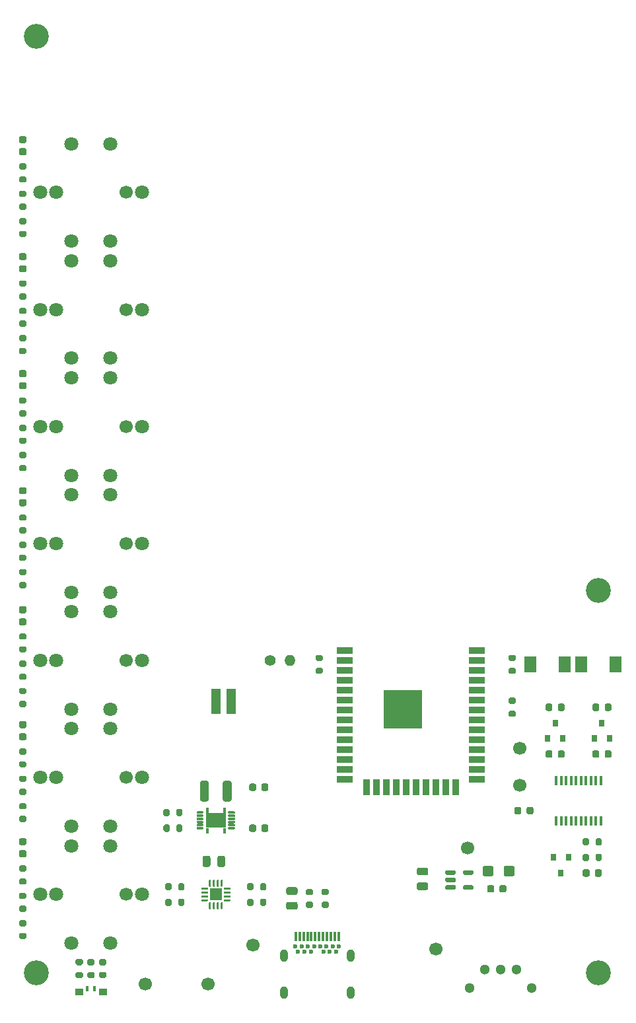
<source format=gbr>
G04 #@! TF.GenerationSoftware,KiCad,Pcbnew,(5.1.9-0-10_14)*
G04 #@! TF.CreationDate,2021-06-09T16:44:05+02:00*
G04 #@! TF.ProjectId,foodSampler_v22,666f6f64-5361-46d7-906c-65725f763232,rev?*
G04 #@! TF.SameCoordinates,Original*
G04 #@! TF.FileFunction,Soldermask,Top*
G04 #@! TF.FilePolarity,Negative*
%FSLAX46Y46*%
G04 Gerber Fmt 4.6, Leading zero omitted, Abs format (unit mm)*
G04 Created by KiCad (PCBNEW (5.1.9-0-10_14)) date 2021-06-09 16:44:05*
%MOMM*%
%LPD*%
G01*
G04 APERTURE LIST*
%ADD10R,2.600000X1.950000*%
%ADD11R,0.400000X0.675000*%
%ADD12O,0.950000X0.300000*%
%ADD13R,0.400000X0.575000*%
%ADD14C,1.300000*%
%ADD15R,1.500000X2.000000*%
%ADD16R,5.000000X5.000000*%
%ADD17R,2.000000X0.900000*%
%ADD18R,0.900000X2.000000*%
%ADD19R,0.800000X0.900000*%
%ADD20R,0.400000X1.200000*%
%ADD21C,3.200000*%
%ADD22C,1.700000*%
%ADD23C,1.400000*%
%ADD24O,1.400000X1.400000*%
%ADD25R,1.600000X1.600000*%
%ADD26R,1.250000X3.300000*%
%ADD27R,1.000000X0.900000*%
%ADD28R,0.400000X0.800000*%
%ADD29R,0.300000X1.200000*%
%ADD30C,0.600000*%
%ADD31O,1.000000X1.600000*%
%ADD32C,1.800000*%
G04 APERTURE END LIST*
D10*
X53000000Y-135500000D03*
D11*
X54100000Y-134187500D03*
X51900000Y-134187500D03*
X51900000Y-136812500D03*
X54100000Y-136812500D03*
G36*
G01*
X55450000Y-135600000D02*
X55450000Y-135800000D01*
G75*
G02*
X55400000Y-135850000I-50000J0D01*
G01*
X55200000Y-135850000D01*
G75*
G02*
X55150000Y-135800000I0J50000D01*
G01*
X55150000Y-135600000D01*
G75*
G02*
X55200000Y-135550000I50000J0D01*
G01*
X55400000Y-135550000D01*
G75*
G02*
X55450000Y-135600000I0J-50000D01*
G01*
G37*
D12*
X54975000Y-135700000D03*
X54975000Y-136100000D03*
X54975000Y-136500000D03*
X54975000Y-135300000D03*
X54975000Y-134900000D03*
X54975000Y-134500000D03*
X51025000Y-136500000D03*
X51025000Y-136100000D03*
X51025000Y-135700000D03*
X51025000Y-135300000D03*
X51025000Y-134900000D03*
X51025000Y-134500000D03*
G36*
G01*
X55450000Y-135200000D02*
X55450000Y-135400000D01*
G75*
G02*
X55400000Y-135450000I-50000J0D01*
G01*
X55200000Y-135450000D01*
G75*
G02*
X55150000Y-135400000I0J50000D01*
G01*
X55150000Y-135200000D01*
G75*
G02*
X55200000Y-135150000I50000J0D01*
G01*
X55400000Y-135150000D01*
G75*
G02*
X55450000Y-135200000I0J-50000D01*
G01*
G37*
G36*
G01*
X55450000Y-134800000D02*
X55450000Y-135000000D01*
G75*
G02*
X55400000Y-135050000I-50000J0D01*
G01*
X55200000Y-135050000D01*
G75*
G02*
X55150000Y-135000000I0J50000D01*
G01*
X55150000Y-134800000D01*
G75*
G02*
X55200000Y-134750000I50000J0D01*
G01*
X55400000Y-134750000D01*
G75*
G02*
X55450000Y-134800000I0J-50000D01*
G01*
G37*
G36*
G01*
X55450000Y-134400000D02*
X55450000Y-134600000D01*
G75*
G02*
X55400000Y-134650000I-50000J0D01*
G01*
X55200000Y-134650000D01*
G75*
G02*
X55150000Y-134600000I0J50000D01*
G01*
X55150000Y-134400000D01*
G75*
G02*
X55200000Y-134350000I50000J0D01*
G01*
X55400000Y-134350000D01*
G75*
G02*
X55450000Y-134400000I0J-50000D01*
G01*
G37*
G36*
G01*
X55450000Y-136000000D02*
X55450000Y-136200000D01*
G75*
G02*
X55400000Y-136250000I-50000J0D01*
G01*
X55200000Y-136250000D01*
G75*
G02*
X55150000Y-136200000I0J50000D01*
G01*
X55150000Y-136000000D01*
G75*
G02*
X55200000Y-135950000I50000J0D01*
G01*
X55400000Y-135950000D01*
G75*
G02*
X55450000Y-136000000I0J-50000D01*
G01*
G37*
G36*
G01*
X55450000Y-136400000D02*
X55450000Y-136600000D01*
G75*
G02*
X55400000Y-136650000I-50000J0D01*
G01*
X55200000Y-136650000D01*
G75*
G02*
X55150000Y-136600000I0J50000D01*
G01*
X55150000Y-136400000D01*
G75*
G02*
X55200000Y-136350000I50000J0D01*
G01*
X55400000Y-136350000D01*
G75*
G02*
X55450000Y-136400000I0J-50000D01*
G01*
G37*
G36*
G01*
X50850000Y-136400000D02*
X50850000Y-136600000D01*
G75*
G02*
X50800000Y-136650000I-50000J0D01*
G01*
X50600000Y-136650000D01*
G75*
G02*
X50550000Y-136600000I0J50000D01*
G01*
X50550000Y-136400000D01*
G75*
G02*
X50600000Y-136350000I50000J0D01*
G01*
X50800000Y-136350000D01*
G75*
G02*
X50850000Y-136400000I0J-50000D01*
G01*
G37*
G36*
G01*
X50850000Y-136000000D02*
X50850000Y-136200000D01*
G75*
G02*
X50800000Y-136250000I-50000J0D01*
G01*
X50600000Y-136250000D01*
G75*
G02*
X50550000Y-136200000I0J50000D01*
G01*
X50550000Y-136000000D01*
G75*
G02*
X50600000Y-135950000I50000J0D01*
G01*
X50800000Y-135950000D01*
G75*
G02*
X50850000Y-136000000I0J-50000D01*
G01*
G37*
G36*
G01*
X50850000Y-135600000D02*
X50850000Y-135800000D01*
G75*
G02*
X50800000Y-135850000I-50000J0D01*
G01*
X50600000Y-135850000D01*
G75*
G02*
X50550000Y-135800000I0J50000D01*
G01*
X50550000Y-135600000D01*
G75*
G02*
X50600000Y-135550000I50000J0D01*
G01*
X50800000Y-135550000D01*
G75*
G02*
X50850000Y-135600000I0J-50000D01*
G01*
G37*
G36*
G01*
X50850000Y-135200000D02*
X50850000Y-135400000D01*
G75*
G02*
X50800000Y-135450000I-50000J0D01*
G01*
X50600000Y-135450000D01*
G75*
G02*
X50550000Y-135400000I0J50000D01*
G01*
X50550000Y-135200000D01*
G75*
G02*
X50600000Y-135150000I50000J0D01*
G01*
X50800000Y-135150000D01*
G75*
G02*
X50850000Y-135200000I0J-50000D01*
G01*
G37*
G36*
G01*
X50850000Y-134800000D02*
X50850000Y-135000000D01*
G75*
G02*
X50800000Y-135050000I-50000J0D01*
G01*
X50600000Y-135050000D01*
G75*
G02*
X50550000Y-135000000I0J50000D01*
G01*
X50550000Y-134800000D01*
G75*
G02*
X50600000Y-134750000I50000J0D01*
G01*
X50800000Y-134750000D01*
G75*
G02*
X50850000Y-134800000I0J-50000D01*
G01*
G37*
G36*
G01*
X50850000Y-134400000D02*
X50850000Y-134600000D01*
G75*
G02*
X50800000Y-134650000I-50000J0D01*
G01*
X50600000Y-134650000D01*
G75*
G02*
X50550000Y-134600000I0J50000D01*
G01*
X50550000Y-134400000D01*
G75*
G02*
X50600000Y-134350000I50000J0D01*
G01*
X50800000Y-134350000D01*
G75*
G02*
X50850000Y-134400000I0J-50000D01*
G01*
G37*
D10*
X53000000Y-135500000D03*
D13*
X51900000Y-134135000D03*
X51900000Y-136865000D03*
X54100000Y-136865000D03*
X54100000Y-134135000D03*
D14*
X85500000Y-157000000D03*
X87500000Y-154650000D03*
X89500000Y-154650000D03*
X91500000Y-154650000D03*
X93500000Y-157000000D03*
D15*
X97700000Y-115500000D03*
X93300000Y-115500000D03*
X104200000Y-115500000D03*
X99800000Y-115500000D03*
G36*
G01*
X89350000Y-144525000D02*
X89350000Y-144025000D01*
G75*
G02*
X89575000Y-143800000I225000J0D01*
G01*
X90025000Y-143800000D01*
G75*
G02*
X90250000Y-144025000I0J-225000D01*
G01*
X90250000Y-144525000D01*
G75*
G02*
X90025000Y-144750000I-225000J0D01*
G01*
X89575000Y-144750000D01*
G75*
G02*
X89350000Y-144525000I0J225000D01*
G01*
G37*
G36*
G01*
X87800000Y-144525000D02*
X87800000Y-144025000D01*
G75*
G02*
X88025000Y-143800000I225000J0D01*
G01*
X88475000Y-143800000D01*
G75*
G02*
X88700000Y-144025000I0J-225000D01*
G01*
X88700000Y-144525000D01*
G75*
G02*
X88475000Y-144750000I-225000J0D01*
G01*
X88025000Y-144750000D01*
G75*
G02*
X87800000Y-144525000I0J225000D01*
G01*
G37*
D16*
X77000000Y-121245000D03*
D17*
X69500000Y-113745000D03*
X69500000Y-115015000D03*
X69500000Y-116285000D03*
X69500000Y-117555000D03*
X69500000Y-118825000D03*
X69500000Y-120095000D03*
X69500000Y-121365000D03*
X69500000Y-122635000D03*
X69500000Y-123905000D03*
X69500000Y-125175000D03*
X69500000Y-126445000D03*
X69500000Y-127715000D03*
X69500000Y-128985000D03*
X69500000Y-130255000D03*
D18*
X72285000Y-131255000D03*
X73555000Y-131255000D03*
X74825000Y-131255000D03*
X76095000Y-131255000D03*
X77365000Y-131255000D03*
X78635000Y-131255000D03*
X79905000Y-131255000D03*
X81175000Y-131255000D03*
X82445000Y-131255000D03*
X83715000Y-131255000D03*
D17*
X86500000Y-130255000D03*
X86500000Y-128985000D03*
X86500000Y-127715000D03*
X86500000Y-126445000D03*
X86500000Y-125175000D03*
X86500000Y-123905000D03*
X86500000Y-122635000D03*
X86500000Y-121365000D03*
X86500000Y-120095000D03*
X86500000Y-118825000D03*
X86500000Y-117555000D03*
X86500000Y-116285000D03*
X86500000Y-115015000D03*
X86500000Y-113745000D03*
G36*
G01*
X96150000Y-120743750D02*
X96150000Y-121256250D01*
G75*
G02*
X95931250Y-121475000I-218750J0D01*
G01*
X95493750Y-121475000D01*
G75*
G02*
X95275000Y-121256250I0J218750D01*
G01*
X95275000Y-120743750D01*
G75*
G02*
X95493750Y-120525000I218750J0D01*
G01*
X95931250Y-120525000D01*
G75*
G02*
X96150000Y-120743750I0J-218750D01*
G01*
G37*
G36*
G01*
X97725000Y-120743750D02*
X97725000Y-121256250D01*
G75*
G02*
X97506250Y-121475000I-218750J0D01*
G01*
X97068750Y-121475000D01*
G75*
G02*
X96850000Y-121256250I0J218750D01*
G01*
X96850000Y-120743750D01*
G75*
G02*
X97068750Y-120525000I218750J0D01*
G01*
X97506250Y-120525000D01*
G75*
G02*
X97725000Y-120743750I0J-218750D01*
G01*
G37*
G36*
G01*
X103725000Y-120743750D02*
X103725000Y-121256250D01*
G75*
G02*
X103506250Y-121475000I-218750J0D01*
G01*
X103068750Y-121475000D01*
G75*
G02*
X102850000Y-121256250I0J218750D01*
G01*
X102850000Y-120743750D01*
G75*
G02*
X103068750Y-120525000I218750J0D01*
G01*
X103506250Y-120525000D01*
G75*
G02*
X103725000Y-120743750I0J-218750D01*
G01*
G37*
G36*
G01*
X102150000Y-120743750D02*
X102150000Y-121256250D01*
G75*
G02*
X101931250Y-121475000I-218750J0D01*
G01*
X101493750Y-121475000D01*
G75*
G02*
X101275000Y-121256250I0J218750D01*
G01*
X101275000Y-120743750D01*
G75*
G02*
X101493750Y-120525000I218750J0D01*
G01*
X101931250Y-120525000D01*
G75*
G02*
X102150000Y-120743750I0J-218750D01*
G01*
G37*
G36*
G01*
X93725000Y-133993750D02*
X93725000Y-134506250D01*
G75*
G02*
X93506250Y-134725000I-218750J0D01*
G01*
X93068750Y-134725000D01*
G75*
G02*
X92850000Y-134506250I0J218750D01*
G01*
X92850000Y-133993750D01*
G75*
G02*
X93068750Y-133775000I218750J0D01*
G01*
X93506250Y-133775000D01*
G75*
G02*
X93725000Y-133993750I0J-218750D01*
G01*
G37*
G36*
G01*
X92150000Y-133993750D02*
X92150000Y-134506250D01*
G75*
G02*
X91931250Y-134725000I-218750J0D01*
G01*
X91493750Y-134725000D01*
G75*
G02*
X91275000Y-134506250I0J218750D01*
G01*
X91275000Y-133993750D01*
G75*
G02*
X91493750Y-133775000I218750J0D01*
G01*
X91931250Y-133775000D01*
G75*
G02*
X92150000Y-133993750I0J-218750D01*
G01*
G37*
D19*
X95550000Y-125000000D03*
X97450000Y-125000000D03*
X96500000Y-123000000D03*
X102500000Y-123000000D03*
X103450000Y-125000000D03*
X101550000Y-125000000D03*
G36*
G01*
X97725000Y-126743750D02*
X97725000Y-127256250D01*
G75*
G02*
X97506250Y-127475000I-218750J0D01*
G01*
X97068750Y-127475000D01*
G75*
G02*
X96850000Y-127256250I0J218750D01*
G01*
X96850000Y-126743750D01*
G75*
G02*
X97068750Y-126525000I218750J0D01*
G01*
X97506250Y-126525000D01*
G75*
G02*
X97725000Y-126743750I0J-218750D01*
G01*
G37*
G36*
G01*
X96150000Y-126743750D02*
X96150000Y-127256250D01*
G75*
G02*
X95931250Y-127475000I-218750J0D01*
G01*
X95493750Y-127475000D01*
G75*
G02*
X95275000Y-127256250I0J218750D01*
G01*
X95275000Y-126743750D01*
G75*
G02*
X95493750Y-126525000I218750J0D01*
G01*
X95931250Y-126525000D01*
G75*
G02*
X96150000Y-126743750I0J-218750D01*
G01*
G37*
G36*
G01*
X102150000Y-126743750D02*
X102150000Y-127256250D01*
G75*
G02*
X101931250Y-127475000I-218750J0D01*
G01*
X101493750Y-127475000D01*
G75*
G02*
X101275000Y-127256250I0J218750D01*
G01*
X101275000Y-126743750D01*
G75*
G02*
X101493750Y-126525000I218750J0D01*
G01*
X101931250Y-126525000D01*
G75*
G02*
X102150000Y-126743750I0J-218750D01*
G01*
G37*
G36*
G01*
X103725000Y-126743750D02*
X103725000Y-127256250D01*
G75*
G02*
X103506250Y-127475000I-218750J0D01*
G01*
X103068750Y-127475000D01*
G75*
G02*
X102850000Y-127256250I0J218750D01*
G01*
X102850000Y-126743750D01*
G75*
G02*
X103068750Y-126525000I218750J0D01*
G01*
X103506250Y-126525000D01*
G75*
G02*
X103725000Y-126743750I0J-218750D01*
G01*
G37*
D20*
X102357500Y-130400000D03*
X101722500Y-130400000D03*
X101087500Y-130400000D03*
X100452500Y-130400000D03*
X99817500Y-130400000D03*
X99182500Y-130400000D03*
X98547500Y-130400000D03*
X97912500Y-130400000D03*
X97277500Y-130400000D03*
X96642500Y-130400000D03*
X96642500Y-135600000D03*
X97277500Y-135600000D03*
X97912500Y-135600000D03*
X98547500Y-135600000D03*
X99182500Y-135600000D03*
X99817500Y-135600000D03*
X100452500Y-135600000D03*
X101087500Y-135600000D03*
X101722500Y-135600000D03*
X102357500Y-135600000D03*
D21*
X30000000Y-35000000D03*
X102000000Y-155000000D03*
X30000000Y-155000000D03*
X102000000Y-106000000D03*
D19*
X98200000Y-140250000D03*
X96300000Y-140250000D03*
X97250000Y-142250000D03*
D22*
X44000000Y-156500000D03*
G36*
G01*
X63225000Y-146950000D02*
X62275000Y-146950000D01*
G75*
G02*
X62025000Y-146700000I0J250000D01*
G01*
X62025000Y-146200000D01*
G75*
G02*
X62275000Y-145950000I250000J0D01*
G01*
X63225000Y-145950000D01*
G75*
G02*
X63475000Y-146200000I0J-250000D01*
G01*
X63475000Y-146700000D01*
G75*
G02*
X63225000Y-146950000I-250000J0D01*
G01*
G37*
G36*
G01*
X63225000Y-145050000D02*
X62275000Y-145050000D01*
G75*
G02*
X62025000Y-144800000I0J250000D01*
G01*
X62025000Y-144300000D01*
G75*
G02*
X62275000Y-144050000I250000J0D01*
G01*
X63225000Y-144050000D01*
G75*
G02*
X63475000Y-144300000I0J-250000D01*
G01*
X63475000Y-144800000D01*
G75*
G02*
X63225000Y-145050000I-250000J0D01*
G01*
G37*
G36*
G01*
X53200000Y-141225000D02*
X53200000Y-140275000D01*
G75*
G02*
X53450000Y-140025000I250000J0D01*
G01*
X53950000Y-140025000D01*
G75*
G02*
X54200000Y-140275000I0J-250000D01*
G01*
X54200000Y-141225000D01*
G75*
G02*
X53950000Y-141475000I-250000J0D01*
G01*
X53450000Y-141475000D01*
G75*
G02*
X53200000Y-141225000I0J250000D01*
G01*
G37*
G36*
G01*
X51300000Y-141225000D02*
X51300000Y-140275000D01*
G75*
G02*
X51550000Y-140025000I250000J0D01*
G01*
X52050000Y-140025000D01*
G75*
G02*
X52300000Y-140275000I0J-250000D01*
G01*
X52300000Y-141225000D01*
G75*
G02*
X52050000Y-141475000I-250000J0D01*
G01*
X51550000Y-141475000D01*
G75*
G02*
X51300000Y-141225000I0J250000D01*
G01*
G37*
G36*
G01*
X79975000Y-142550000D02*
X79025000Y-142550000D01*
G75*
G02*
X78775000Y-142300000I0J250000D01*
G01*
X78775000Y-141800000D01*
G75*
G02*
X79025000Y-141550000I250000J0D01*
G01*
X79975000Y-141550000D01*
G75*
G02*
X80225000Y-141800000I0J-250000D01*
G01*
X80225000Y-142300000D01*
G75*
G02*
X79975000Y-142550000I-250000J0D01*
G01*
G37*
G36*
G01*
X79975000Y-144450000D02*
X79025000Y-144450000D01*
G75*
G02*
X78775000Y-144200000I0J250000D01*
G01*
X78775000Y-143700000D01*
G75*
G02*
X79025000Y-143450000I250000J0D01*
G01*
X79975000Y-143450000D01*
G75*
G02*
X80225000Y-143700000I0J-250000D01*
G01*
X80225000Y-144200000D01*
G75*
G02*
X79975000Y-144450000I-250000J0D01*
G01*
G37*
G36*
G01*
X57025000Y-146275000D02*
X57025000Y-145725000D01*
G75*
G02*
X57225000Y-145525000I200000J0D01*
G01*
X57625000Y-145525000D01*
G75*
G02*
X57825000Y-145725000I0J-200000D01*
G01*
X57825000Y-146275000D01*
G75*
G02*
X57625000Y-146475000I-200000J0D01*
G01*
X57225000Y-146475000D01*
G75*
G02*
X57025000Y-146275000I0J200000D01*
G01*
G37*
G36*
G01*
X58675000Y-146275000D02*
X58675000Y-145725000D01*
G75*
G02*
X58875000Y-145525000I200000J0D01*
G01*
X59275000Y-145525000D01*
G75*
G02*
X59475000Y-145725000I0J-200000D01*
G01*
X59475000Y-146275000D01*
G75*
G02*
X59275000Y-146475000I-200000J0D01*
G01*
X58875000Y-146475000D01*
G75*
G02*
X58675000Y-146275000I0J200000D01*
G01*
G37*
G36*
G01*
X58675000Y-144275000D02*
X58675000Y-143725000D01*
G75*
G02*
X58875000Y-143525000I200000J0D01*
G01*
X59275000Y-143525000D01*
G75*
G02*
X59475000Y-143725000I0J-200000D01*
G01*
X59475000Y-144275000D01*
G75*
G02*
X59275000Y-144475000I-200000J0D01*
G01*
X58875000Y-144475000D01*
G75*
G02*
X58675000Y-144275000I0J200000D01*
G01*
G37*
G36*
G01*
X57025000Y-144275000D02*
X57025000Y-143725000D01*
G75*
G02*
X57225000Y-143525000I200000J0D01*
G01*
X57625000Y-143525000D01*
G75*
G02*
X57825000Y-143725000I0J-200000D01*
G01*
X57825000Y-144275000D01*
G75*
G02*
X57625000Y-144475000I-200000J0D01*
G01*
X57225000Y-144475000D01*
G75*
G02*
X57025000Y-144275000I0J200000D01*
G01*
G37*
G36*
G01*
X46525000Y-146275000D02*
X46525000Y-145725000D01*
G75*
G02*
X46725000Y-145525000I200000J0D01*
G01*
X47125000Y-145525000D01*
G75*
G02*
X47325000Y-145725000I0J-200000D01*
G01*
X47325000Y-146275000D01*
G75*
G02*
X47125000Y-146475000I-200000J0D01*
G01*
X46725000Y-146475000D01*
G75*
G02*
X46525000Y-146275000I0J200000D01*
G01*
G37*
G36*
G01*
X48175000Y-146275000D02*
X48175000Y-145725000D01*
G75*
G02*
X48375000Y-145525000I200000J0D01*
G01*
X48775000Y-145525000D01*
G75*
G02*
X48975000Y-145725000I0J-200000D01*
G01*
X48975000Y-146275000D01*
G75*
G02*
X48775000Y-146475000I-200000J0D01*
G01*
X48375000Y-146475000D01*
G75*
G02*
X48175000Y-146275000I0J200000D01*
G01*
G37*
G36*
G01*
X48175000Y-144275000D02*
X48175000Y-143725000D01*
G75*
G02*
X48375000Y-143525000I200000J0D01*
G01*
X48775000Y-143525000D01*
G75*
G02*
X48975000Y-143725000I0J-200000D01*
G01*
X48975000Y-144275000D01*
G75*
G02*
X48775000Y-144475000I-200000J0D01*
G01*
X48375000Y-144475000D01*
G75*
G02*
X48175000Y-144275000I0J200000D01*
G01*
G37*
G36*
G01*
X46525000Y-144275000D02*
X46525000Y-143725000D01*
G75*
G02*
X46725000Y-143525000I200000J0D01*
G01*
X47125000Y-143525000D01*
G75*
G02*
X47325000Y-143725000I0J-200000D01*
G01*
X47325000Y-144275000D01*
G75*
G02*
X47125000Y-144475000I-200000J0D01*
G01*
X46725000Y-144475000D01*
G75*
G02*
X46525000Y-144275000I0J200000D01*
G01*
G37*
D23*
X60000000Y-115000000D03*
D24*
X62540000Y-115000000D03*
G36*
G01*
X53687500Y-143125000D02*
X53812500Y-143125000D01*
G75*
G02*
X53875000Y-143187500I0J-62500D01*
G01*
X53875000Y-143937500D01*
G75*
G02*
X53812500Y-144000000I-62500J0D01*
G01*
X53687500Y-144000000D01*
G75*
G02*
X53625000Y-143937500I0J62500D01*
G01*
X53625000Y-143187500D01*
G75*
G02*
X53687500Y-143125000I62500J0D01*
G01*
G37*
G36*
G01*
X53187500Y-143125000D02*
X53312500Y-143125000D01*
G75*
G02*
X53375000Y-143187500I0J-62500D01*
G01*
X53375000Y-143937500D01*
G75*
G02*
X53312500Y-144000000I-62500J0D01*
G01*
X53187500Y-144000000D01*
G75*
G02*
X53125000Y-143937500I0J62500D01*
G01*
X53125000Y-143187500D01*
G75*
G02*
X53187500Y-143125000I62500J0D01*
G01*
G37*
G36*
G01*
X52687500Y-143125000D02*
X52812500Y-143125000D01*
G75*
G02*
X52875000Y-143187500I0J-62500D01*
G01*
X52875000Y-143937500D01*
G75*
G02*
X52812500Y-144000000I-62500J0D01*
G01*
X52687500Y-144000000D01*
G75*
G02*
X52625000Y-143937500I0J62500D01*
G01*
X52625000Y-143187500D01*
G75*
G02*
X52687500Y-143125000I62500J0D01*
G01*
G37*
G36*
G01*
X52187500Y-143125000D02*
X52312500Y-143125000D01*
G75*
G02*
X52375000Y-143187500I0J-62500D01*
G01*
X52375000Y-143937500D01*
G75*
G02*
X52312500Y-144000000I-62500J0D01*
G01*
X52187500Y-144000000D01*
G75*
G02*
X52125000Y-143937500I0J62500D01*
G01*
X52125000Y-143187500D01*
G75*
G02*
X52187500Y-143125000I62500J0D01*
G01*
G37*
G36*
G01*
X51187500Y-144125000D02*
X51937500Y-144125000D01*
G75*
G02*
X52000000Y-144187500I0J-62500D01*
G01*
X52000000Y-144312500D01*
G75*
G02*
X51937500Y-144375000I-62500J0D01*
G01*
X51187500Y-144375000D01*
G75*
G02*
X51125000Y-144312500I0J62500D01*
G01*
X51125000Y-144187500D01*
G75*
G02*
X51187500Y-144125000I62500J0D01*
G01*
G37*
G36*
G01*
X51187500Y-144625000D02*
X51937500Y-144625000D01*
G75*
G02*
X52000000Y-144687500I0J-62500D01*
G01*
X52000000Y-144812500D01*
G75*
G02*
X51937500Y-144875000I-62500J0D01*
G01*
X51187500Y-144875000D01*
G75*
G02*
X51125000Y-144812500I0J62500D01*
G01*
X51125000Y-144687500D01*
G75*
G02*
X51187500Y-144625000I62500J0D01*
G01*
G37*
G36*
G01*
X51187500Y-145125000D02*
X51937500Y-145125000D01*
G75*
G02*
X52000000Y-145187500I0J-62500D01*
G01*
X52000000Y-145312500D01*
G75*
G02*
X51937500Y-145375000I-62500J0D01*
G01*
X51187500Y-145375000D01*
G75*
G02*
X51125000Y-145312500I0J62500D01*
G01*
X51125000Y-145187500D01*
G75*
G02*
X51187500Y-145125000I62500J0D01*
G01*
G37*
G36*
G01*
X51187500Y-145625000D02*
X51937500Y-145625000D01*
G75*
G02*
X52000000Y-145687500I0J-62500D01*
G01*
X52000000Y-145812500D01*
G75*
G02*
X51937500Y-145875000I-62500J0D01*
G01*
X51187500Y-145875000D01*
G75*
G02*
X51125000Y-145812500I0J62500D01*
G01*
X51125000Y-145687500D01*
G75*
G02*
X51187500Y-145625000I62500J0D01*
G01*
G37*
G36*
G01*
X52187500Y-146000000D02*
X52312500Y-146000000D01*
G75*
G02*
X52375000Y-146062500I0J-62500D01*
G01*
X52375000Y-146812500D01*
G75*
G02*
X52312500Y-146875000I-62500J0D01*
G01*
X52187500Y-146875000D01*
G75*
G02*
X52125000Y-146812500I0J62500D01*
G01*
X52125000Y-146062500D01*
G75*
G02*
X52187500Y-146000000I62500J0D01*
G01*
G37*
G36*
G01*
X52687500Y-146000000D02*
X52812500Y-146000000D01*
G75*
G02*
X52875000Y-146062500I0J-62500D01*
G01*
X52875000Y-146812500D01*
G75*
G02*
X52812500Y-146875000I-62500J0D01*
G01*
X52687500Y-146875000D01*
G75*
G02*
X52625000Y-146812500I0J62500D01*
G01*
X52625000Y-146062500D01*
G75*
G02*
X52687500Y-146000000I62500J0D01*
G01*
G37*
G36*
G01*
X53187500Y-146000000D02*
X53312500Y-146000000D01*
G75*
G02*
X53375000Y-146062500I0J-62500D01*
G01*
X53375000Y-146812500D01*
G75*
G02*
X53312500Y-146875000I-62500J0D01*
G01*
X53187500Y-146875000D01*
G75*
G02*
X53125000Y-146812500I0J62500D01*
G01*
X53125000Y-146062500D01*
G75*
G02*
X53187500Y-146000000I62500J0D01*
G01*
G37*
G36*
G01*
X53687500Y-146000000D02*
X53812500Y-146000000D01*
G75*
G02*
X53875000Y-146062500I0J-62500D01*
G01*
X53875000Y-146812500D01*
G75*
G02*
X53812500Y-146875000I-62500J0D01*
G01*
X53687500Y-146875000D01*
G75*
G02*
X53625000Y-146812500I0J62500D01*
G01*
X53625000Y-146062500D01*
G75*
G02*
X53687500Y-146000000I62500J0D01*
G01*
G37*
G36*
G01*
X54062500Y-145625000D02*
X54812500Y-145625000D01*
G75*
G02*
X54875000Y-145687500I0J-62500D01*
G01*
X54875000Y-145812500D01*
G75*
G02*
X54812500Y-145875000I-62500J0D01*
G01*
X54062500Y-145875000D01*
G75*
G02*
X54000000Y-145812500I0J62500D01*
G01*
X54000000Y-145687500D01*
G75*
G02*
X54062500Y-145625000I62500J0D01*
G01*
G37*
G36*
G01*
X54062500Y-145125000D02*
X54812500Y-145125000D01*
G75*
G02*
X54875000Y-145187500I0J-62500D01*
G01*
X54875000Y-145312500D01*
G75*
G02*
X54812500Y-145375000I-62500J0D01*
G01*
X54062500Y-145375000D01*
G75*
G02*
X54000000Y-145312500I0J62500D01*
G01*
X54000000Y-145187500D01*
G75*
G02*
X54062500Y-145125000I62500J0D01*
G01*
G37*
G36*
G01*
X54062500Y-144625000D02*
X54812500Y-144625000D01*
G75*
G02*
X54875000Y-144687500I0J-62500D01*
G01*
X54875000Y-144812500D01*
G75*
G02*
X54812500Y-144875000I-62500J0D01*
G01*
X54062500Y-144875000D01*
G75*
G02*
X54000000Y-144812500I0J62500D01*
G01*
X54000000Y-144687500D01*
G75*
G02*
X54062500Y-144625000I62500J0D01*
G01*
G37*
G36*
G01*
X54062500Y-144125000D02*
X54812500Y-144125000D01*
G75*
G02*
X54875000Y-144187500I0J-62500D01*
G01*
X54875000Y-144312500D01*
G75*
G02*
X54812500Y-144375000I-62500J0D01*
G01*
X54062500Y-144375000D01*
G75*
G02*
X54000000Y-144312500I0J62500D01*
G01*
X54000000Y-144187500D01*
G75*
G02*
X54062500Y-144125000I62500J0D01*
G01*
G37*
D25*
X53000000Y-145000000D03*
G36*
G01*
X82425001Y-142335001D02*
X82425001Y-142035001D01*
G75*
G02*
X82575001Y-141885001I150000J0D01*
G01*
X83600001Y-141885001D01*
G75*
G02*
X83750001Y-142035001I0J-150000D01*
G01*
X83750001Y-142335001D01*
G75*
G02*
X83600001Y-142485001I-150000J0D01*
G01*
X82575001Y-142485001D01*
G75*
G02*
X82425001Y-142335001I0J150000D01*
G01*
G37*
G36*
G01*
X82425001Y-143285001D02*
X82425001Y-142985001D01*
G75*
G02*
X82575001Y-142835001I150000J0D01*
G01*
X83600001Y-142835001D01*
G75*
G02*
X83750001Y-142985001I0J-150000D01*
G01*
X83750001Y-143285001D01*
G75*
G02*
X83600001Y-143435001I-150000J0D01*
G01*
X82575001Y-143435001D01*
G75*
G02*
X82425001Y-143285001I0J150000D01*
G01*
G37*
G36*
G01*
X82425001Y-144235001D02*
X82425001Y-143935001D01*
G75*
G02*
X82575001Y-143785001I150000J0D01*
G01*
X83600001Y-143785001D01*
G75*
G02*
X83750001Y-143935001I0J-150000D01*
G01*
X83750001Y-144235001D01*
G75*
G02*
X83600001Y-144385001I-150000J0D01*
G01*
X82575001Y-144385001D01*
G75*
G02*
X82425001Y-144235001I0J150000D01*
G01*
G37*
G36*
G01*
X84700001Y-144235001D02*
X84700001Y-143935001D01*
G75*
G02*
X84850001Y-143785001I150000J0D01*
G01*
X85875001Y-143785001D01*
G75*
G02*
X86025001Y-143935001I0J-150000D01*
G01*
X86025001Y-144235001D01*
G75*
G02*
X85875001Y-144385001I-150000J0D01*
G01*
X84850001Y-144385001D01*
G75*
G02*
X84700001Y-144235001I0J150000D01*
G01*
G37*
G36*
G01*
X84700001Y-142335001D02*
X84700001Y-142035001D01*
G75*
G02*
X84850001Y-141885001I150000J0D01*
G01*
X85875001Y-141885001D01*
G75*
G02*
X86025001Y-142035001I0J-150000D01*
G01*
X86025001Y-142335001D01*
G75*
G02*
X85875001Y-142485001I-150000J0D01*
G01*
X84850001Y-142485001D01*
G75*
G02*
X84700001Y-142335001I0J150000D01*
G01*
G37*
G36*
G01*
X87200000Y-142425001D02*
X87200000Y-141574999D01*
G75*
G02*
X87449999Y-141325000I249999J0D01*
G01*
X88350001Y-141325000D01*
G75*
G02*
X88600000Y-141574999I0J-249999D01*
G01*
X88600000Y-142425001D01*
G75*
G02*
X88350001Y-142675000I-249999J0D01*
G01*
X87449999Y-142675000D01*
G75*
G02*
X87200000Y-142425001I0J249999D01*
G01*
G37*
G36*
G01*
X89900000Y-142425001D02*
X89900000Y-141574999D01*
G75*
G02*
X90149999Y-141325000I249999J0D01*
G01*
X91050001Y-141325000D01*
G75*
G02*
X91300000Y-141574999I0J-249999D01*
G01*
X91300000Y-142425001D01*
G75*
G02*
X91050001Y-142675000I-249999J0D01*
G01*
X90149999Y-142675000D01*
G75*
G02*
X89900000Y-142425001I0J249999D01*
G01*
G37*
D22*
X57750000Y-151500000D03*
X52000000Y-156500000D03*
X81250000Y-152000000D03*
X85250000Y-139000000D03*
D26*
X55000000Y-120250000D03*
X53000000Y-120250000D03*
D27*
X38500000Y-157500000D03*
X35500000Y-157500000D03*
D28*
X36550000Y-157050000D03*
X37400000Y-157050000D03*
G36*
G01*
X38775000Y-154075000D02*
X38225000Y-154075000D01*
G75*
G02*
X38025000Y-153875000I0J200000D01*
G01*
X38025000Y-153475000D01*
G75*
G02*
X38225000Y-153275000I200000J0D01*
G01*
X38775000Y-153275000D01*
G75*
G02*
X38975000Y-153475000I0J-200000D01*
G01*
X38975000Y-153875000D01*
G75*
G02*
X38775000Y-154075000I-200000J0D01*
G01*
G37*
G36*
G01*
X38775000Y-155725000D02*
X38225000Y-155725000D01*
G75*
G02*
X38025000Y-155525000I0J200000D01*
G01*
X38025000Y-155125000D01*
G75*
G02*
X38225000Y-154925000I200000J0D01*
G01*
X38775000Y-154925000D01*
G75*
G02*
X38975000Y-155125000I0J-200000D01*
G01*
X38975000Y-155525000D01*
G75*
G02*
X38775000Y-155725000I-200000J0D01*
G01*
G37*
G36*
G01*
X35775000Y-155725000D02*
X35225000Y-155725000D01*
G75*
G02*
X35025000Y-155525000I0J200000D01*
G01*
X35025000Y-155125000D01*
G75*
G02*
X35225000Y-154925000I200000J0D01*
G01*
X35775000Y-154925000D01*
G75*
G02*
X35975000Y-155125000I0J-200000D01*
G01*
X35975000Y-155525000D01*
G75*
G02*
X35775000Y-155725000I-200000J0D01*
G01*
G37*
G36*
G01*
X35775000Y-154075000D02*
X35225000Y-154075000D01*
G75*
G02*
X35025000Y-153875000I0J200000D01*
G01*
X35025000Y-153475000D01*
G75*
G02*
X35225000Y-153275000I200000J0D01*
G01*
X35775000Y-153275000D01*
G75*
G02*
X35975000Y-153475000I0J-200000D01*
G01*
X35975000Y-153875000D01*
G75*
G02*
X35775000Y-154075000I-200000J0D01*
G01*
G37*
G36*
G01*
X37275000Y-155725000D02*
X36725000Y-155725000D01*
G75*
G02*
X36525000Y-155525000I0J200000D01*
G01*
X36525000Y-155125000D01*
G75*
G02*
X36725000Y-154925000I200000J0D01*
G01*
X37275000Y-154925000D01*
G75*
G02*
X37475000Y-155125000I0J-200000D01*
G01*
X37475000Y-155525000D01*
G75*
G02*
X37275000Y-155725000I-200000J0D01*
G01*
G37*
G36*
G01*
X37275000Y-154075000D02*
X36725000Y-154075000D01*
G75*
G02*
X36525000Y-153875000I0J200000D01*
G01*
X36525000Y-153475000D01*
G75*
G02*
X36725000Y-153275000I200000J0D01*
G01*
X37275000Y-153275000D01*
G75*
G02*
X37475000Y-153475000I0J-200000D01*
G01*
X37475000Y-153875000D01*
G75*
G02*
X37275000Y-154075000I-200000J0D01*
G01*
G37*
G36*
G01*
X67275000Y-146725000D02*
X66725000Y-146725000D01*
G75*
G02*
X66525000Y-146525000I0J200000D01*
G01*
X66525000Y-146125000D01*
G75*
G02*
X66725000Y-145925000I200000J0D01*
G01*
X67275000Y-145925000D01*
G75*
G02*
X67475000Y-146125000I0J-200000D01*
G01*
X67475000Y-146525000D01*
G75*
G02*
X67275000Y-146725000I-200000J0D01*
G01*
G37*
G36*
G01*
X67275000Y-145075000D02*
X66725000Y-145075000D01*
G75*
G02*
X66525000Y-144875000I0J200000D01*
G01*
X66525000Y-144475000D01*
G75*
G02*
X66725000Y-144275000I200000J0D01*
G01*
X67275000Y-144275000D01*
G75*
G02*
X67475000Y-144475000I0J-200000D01*
G01*
X67475000Y-144875000D01*
G75*
G02*
X67275000Y-145075000I-200000J0D01*
G01*
G37*
G36*
G01*
X64725000Y-145925000D02*
X65275000Y-145925000D01*
G75*
G02*
X65475000Y-146125000I0J-200000D01*
G01*
X65475000Y-146525000D01*
G75*
G02*
X65275000Y-146725000I-200000J0D01*
G01*
X64725000Y-146725000D01*
G75*
G02*
X64525000Y-146525000I0J200000D01*
G01*
X64525000Y-146125000D01*
G75*
G02*
X64725000Y-145925000I200000J0D01*
G01*
G37*
G36*
G01*
X64725000Y-144275000D02*
X65275000Y-144275000D01*
G75*
G02*
X65475000Y-144475000I0J-200000D01*
G01*
X65475000Y-144875000D01*
G75*
G02*
X65275000Y-145075000I-200000J0D01*
G01*
X64725000Y-145075000D01*
G75*
G02*
X64525000Y-144875000I0J200000D01*
G01*
X64525000Y-144475000D01*
G75*
G02*
X64725000Y-144275000I200000J0D01*
G01*
G37*
G36*
G01*
X58825000Y-136750000D02*
X58825000Y-136250000D01*
G75*
G02*
X59050000Y-136025000I225000J0D01*
G01*
X59500000Y-136025000D01*
G75*
G02*
X59725000Y-136250000I0J-225000D01*
G01*
X59725000Y-136750000D01*
G75*
G02*
X59500000Y-136975000I-225000J0D01*
G01*
X59050000Y-136975000D01*
G75*
G02*
X58825000Y-136750000I0J225000D01*
G01*
G37*
G36*
G01*
X57275000Y-136750000D02*
X57275000Y-136250000D01*
G75*
G02*
X57500000Y-136025000I225000J0D01*
G01*
X57950000Y-136025000D01*
G75*
G02*
X58175000Y-136250000I0J-225000D01*
G01*
X58175000Y-136750000D01*
G75*
G02*
X57950000Y-136975000I-225000J0D01*
G01*
X57500000Y-136975000D01*
G75*
G02*
X57275000Y-136750000I0J225000D01*
G01*
G37*
G36*
G01*
X58825000Y-131500000D02*
X58825000Y-131000000D01*
G75*
G02*
X59050000Y-130775000I225000J0D01*
G01*
X59500000Y-130775000D01*
G75*
G02*
X59725000Y-131000000I0J-225000D01*
G01*
X59725000Y-131500000D01*
G75*
G02*
X59500000Y-131725000I-225000J0D01*
G01*
X59050000Y-131725000D01*
G75*
G02*
X58825000Y-131500000I0J225000D01*
G01*
G37*
G36*
G01*
X57275000Y-131500000D02*
X57275000Y-131000000D01*
G75*
G02*
X57500000Y-130775000I225000J0D01*
G01*
X57950000Y-130775000D01*
G75*
G02*
X58175000Y-131000000I0J-225000D01*
G01*
X58175000Y-131500000D01*
G75*
G02*
X57950000Y-131725000I-225000J0D01*
G01*
X57500000Y-131725000D01*
G75*
G02*
X57275000Y-131500000I0J225000D01*
G01*
G37*
G36*
G01*
X28500000Y-50225000D02*
X28000000Y-50225000D01*
G75*
G02*
X27775000Y-50000000I0J225000D01*
G01*
X27775000Y-49550000D01*
G75*
G02*
X28000000Y-49325000I225000J0D01*
G01*
X28500000Y-49325000D01*
G75*
G02*
X28725000Y-49550000I0J-225000D01*
G01*
X28725000Y-50000000D01*
G75*
G02*
X28500000Y-50225000I-225000J0D01*
G01*
G37*
G36*
G01*
X28500000Y-48675000D02*
X28000000Y-48675000D01*
G75*
G02*
X27775000Y-48450000I0J225000D01*
G01*
X27775000Y-48000000D01*
G75*
G02*
X28000000Y-47775000I225000J0D01*
G01*
X28500000Y-47775000D01*
G75*
G02*
X28725000Y-48000000I0J-225000D01*
G01*
X28725000Y-48450000D01*
G75*
G02*
X28500000Y-48675000I-225000J0D01*
G01*
G37*
G36*
G01*
X28500000Y-65225000D02*
X28000000Y-65225000D01*
G75*
G02*
X27775000Y-65000000I0J225000D01*
G01*
X27775000Y-64550000D01*
G75*
G02*
X28000000Y-64325000I225000J0D01*
G01*
X28500000Y-64325000D01*
G75*
G02*
X28725000Y-64550000I0J-225000D01*
G01*
X28725000Y-65000000D01*
G75*
G02*
X28500000Y-65225000I-225000J0D01*
G01*
G37*
G36*
G01*
X28500000Y-63675000D02*
X28000000Y-63675000D01*
G75*
G02*
X27775000Y-63450000I0J225000D01*
G01*
X27775000Y-63000000D01*
G75*
G02*
X28000000Y-62775000I225000J0D01*
G01*
X28500000Y-62775000D01*
G75*
G02*
X28725000Y-63000000I0J-225000D01*
G01*
X28725000Y-63450000D01*
G75*
G02*
X28500000Y-63675000I-225000J0D01*
G01*
G37*
G36*
G01*
X28500000Y-80225000D02*
X28000000Y-80225000D01*
G75*
G02*
X27775000Y-80000000I0J225000D01*
G01*
X27775000Y-79550000D01*
G75*
G02*
X28000000Y-79325000I225000J0D01*
G01*
X28500000Y-79325000D01*
G75*
G02*
X28725000Y-79550000I0J-225000D01*
G01*
X28725000Y-80000000D01*
G75*
G02*
X28500000Y-80225000I-225000J0D01*
G01*
G37*
G36*
G01*
X28500000Y-78675000D02*
X28000000Y-78675000D01*
G75*
G02*
X27775000Y-78450000I0J225000D01*
G01*
X27775000Y-78000000D01*
G75*
G02*
X28000000Y-77775000I225000J0D01*
G01*
X28500000Y-77775000D01*
G75*
G02*
X28725000Y-78000000I0J-225000D01*
G01*
X28725000Y-78450000D01*
G75*
G02*
X28500000Y-78675000I-225000J0D01*
G01*
G37*
G36*
G01*
X28500000Y-95225000D02*
X28000000Y-95225000D01*
G75*
G02*
X27775000Y-95000000I0J225000D01*
G01*
X27775000Y-94550000D01*
G75*
G02*
X28000000Y-94325000I225000J0D01*
G01*
X28500000Y-94325000D01*
G75*
G02*
X28725000Y-94550000I0J-225000D01*
G01*
X28725000Y-95000000D01*
G75*
G02*
X28500000Y-95225000I-225000J0D01*
G01*
G37*
G36*
G01*
X28500000Y-93675000D02*
X28000000Y-93675000D01*
G75*
G02*
X27775000Y-93450000I0J225000D01*
G01*
X27775000Y-93000000D01*
G75*
G02*
X28000000Y-92775000I225000J0D01*
G01*
X28500000Y-92775000D01*
G75*
G02*
X28725000Y-93000000I0J-225000D01*
G01*
X28725000Y-93450000D01*
G75*
G02*
X28500000Y-93675000I-225000J0D01*
G01*
G37*
G36*
G01*
X28500000Y-108950000D02*
X28000000Y-108950000D01*
G75*
G02*
X27775000Y-108725000I0J225000D01*
G01*
X27775000Y-108275000D01*
G75*
G02*
X28000000Y-108050000I225000J0D01*
G01*
X28500000Y-108050000D01*
G75*
G02*
X28725000Y-108275000I0J-225000D01*
G01*
X28725000Y-108725000D01*
G75*
G02*
X28500000Y-108950000I-225000J0D01*
G01*
G37*
G36*
G01*
X28500000Y-110500000D02*
X28000000Y-110500000D01*
G75*
G02*
X27775000Y-110275000I0J225000D01*
G01*
X27775000Y-109825000D01*
G75*
G02*
X28000000Y-109600000I225000J0D01*
G01*
X28500000Y-109600000D01*
G75*
G02*
X28725000Y-109825000I0J-225000D01*
G01*
X28725000Y-110275000D01*
G75*
G02*
X28500000Y-110500000I-225000J0D01*
G01*
G37*
G36*
G01*
X28500000Y-125225000D02*
X28000000Y-125225000D01*
G75*
G02*
X27775000Y-125000000I0J225000D01*
G01*
X27775000Y-124550000D01*
G75*
G02*
X28000000Y-124325000I225000J0D01*
G01*
X28500000Y-124325000D01*
G75*
G02*
X28725000Y-124550000I0J-225000D01*
G01*
X28725000Y-125000000D01*
G75*
G02*
X28500000Y-125225000I-225000J0D01*
G01*
G37*
G36*
G01*
X28500000Y-123675000D02*
X28000000Y-123675000D01*
G75*
G02*
X27775000Y-123450000I0J225000D01*
G01*
X27775000Y-123000000D01*
G75*
G02*
X28000000Y-122775000I225000J0D01*
G01*
X28500000Y-122775000D01*
G75*
G02*
X28725000Y-123000000I0J-225000D01*
G01*
X28725000Y-123450000D01*
G75*
G02*
X28500000Y-123675000I-225000J0D01*
G01*
G37*
G36*
G01*
X28500000Y-138675000D02*
X28000000Y-138675000D01*
G75*
G02*
X27775000Y-138450000I0J225000D01*
G01*
X27775000Y-138000000D01*
G75*
G02*
X28000000Y-137775000I225000J0D01*
G01*
X28500000Y-137775000D01*
G75*
G02*
X28725000Y-138000000I0J-225000D01*
G01*
X28725000Y-138450000D01*
G75*
G02*
X28500000Y-138675000I-225000J0D01*
G01*
G37*
G36*
G01*
X28500000Y-140225000D02*
X28000000Y-140225000D01*
G75*
G02*
X27775000Y-140000000I0J225000D01*
G01*
X27775000Y-139550000D01*
G75*
G02*
X28000000Y-139325000I225000J0D01*
G01*
X28500000Y-139325000D01*
G75*
G02*
X28725000Y-139550000I0J-225000D01*
G01*
X28725000Y-140000000D01*
G75*
G02*
X28500000Y-140225000I-225000J0D01*
G01*
G37*
D29*
X63750000Y-150400000D03*
X64250000Y-150400000D03*
X64750000Y-150400000D03*
X65250000Y-150400000D03*
X65750000Y-150400000D03*
X66250000Y-150400000D03*
X66750000Y-150400000D03*
X67250000Y-150400000D03*
X67750000Y-150400000D03*
X68250000Y-150400000D03*
X63250000Y-150400000D03*
X68750000Y-150400000D03*
D30*
X68800000Y-151670000D03*
X63200000Y-151670000D03*
X68400000Y-152370000D03*
X68000000Y-151670000D03*
X67600000Y-152370000D03*
X67200000Y-151670000D03*
X66800000Y-152370000D03*
X66400000Y-151670000D03*
X65600000Y-151670000D03*
X65200000Y-152370000D03*
X64800000Y-151670000D03*
X64350000Y-152370000D03*
X64000000Y-151670000D03*
X63550000Y-152370000D03*
D31*
X61730000Y-152820000D03*
X70270000Y-152820000D03*
X70270000Y-157550000D03*
X61730000Y-157550000D03*
G36*
G01*
X47925000Y-136775000D02*
X47925000Y-136225000D01*
G75*
G02*
X48125000Y-136025000I200000J0D01*
G01*
X48525000Y-136025000D01*
G75*
G02*
X48725000Y-136225000I0J-200000D01*
G01*
X48725000Y-136775000D01*
G75*
G02*
X48525000Y-136975000I-200000J0D01*
G01*
X48125000Y-136975000D01*
G75*
G02*
X47925000Y-136775000I0J200000D01*
G01*
G37*
G36*
G01*
X46275000Y-136775000D02*
X46275000Y-136225000D01*
G75*
G02*
X46475000Y-136025000I200000J0D01*
G01*
X46875000Y-136025000D01*
G75*
G02*
X47075000Y-136225000I0J-200000D01*
G01*
X47075000Y-136775000D01*
G75*
G02*
X46875000Y-136975000I-200000J0D01*
G01*
X46475000Y-136975000D01*
G75*
G02*
X46275000Y-136775000I0J200000D01*
G01*
G37*
G36*
G01*
X48725000Y-134225000D02*
X48725000Y-134775000D01*
G75*
G02*
X48525000Y-134975000I-200000J0D01*
G01*
X48125000Y-134975000D01*
G75*
G02*
X47925000Y-134775000I0J200000D01*
G01*
X47925000Y-134225000D01*
G75*
G02*
X48125000Y-134025000I200000J0D01*
G01*
X48525000Y-134025000D01*
G75*
G02*
X48725000Y-134225000I0J-200000D01*
G01*
G37*
G36*
G01*
X47075000Y-134225000D02*
X47075000Y-134775000D01*
G75*
G02*
X46875000Y-134975000I-200000J0D01*
G01*
X46475000Y-134975000D01*
G75*
G02*
X46275000Y-134775000I0J200000D01*
G01*
X46275000Y-134225000D01*
G75*
G02*
X46475000Y-134025000I200000J0D01*
G01*
X46875000Y-134025000D01*
G75*
G02*
X47075000Y-134225000I0J-200000D01*
G01*
G37*
G36*
G01*
X50975000Y-132825001D02*
X50975000Y-130674999D01*
G75*
G02*
X51224999Y-130425000I249999J0D01*
G01*
X51850001Y-130425000D01*
G75*
G02*
X52100000Y-130674999I0J-249999D01*
G01*
X52100000Y-132825001D01*
G75*
G02*
X51850001Y-133075000I-249999J0D01*
G01*
X51224999Y-133075000D01*
G75*
G02*
X50975000Y-132825001I0J249999D01*
G01*
G37*
G36*
G01*
X53900000Y-132825001D02*
X53900000Y-130674999D01*
G75*
G02*
X54149999Y-130425000I249999J0D01*
G01*
X54775001Y-130425000D01*
G75*
G02*
X55025000Y-130674999I0J-249999D01*
G01*
X55025000Y-132825001D01*
G75*
G02*
X54775001Y-133075000I-249999J0D01*
G01*
X54149999Y-133075000D01*
G75*
G02*
X53900000Y-132825001I0J249999D01*
G01*
G37*
G36*
G01*
X90725000Y-114275000D02*
X91275000Y-114275000D01*
G75*
G02*
X91475000Y-114475000I0J-200000D01*
G01*
X91475000Y-114875000D01*
G75*
G02*
X91275000Y-115075000I-200000J0D01*
G01*
X90725000Y-115075000D01*
G75*
G02*
X90525000Y-114875000I0J200000D01*
G01*
X90525000Y-114475000D01*
G75*
G02*
X90725000Y-114275000I200000J0D01*
G01*
G37*
G36*
G01*
X90725000Y-115925000D02*
X91275000Y-115925000D01*
G75*
G02*
X91475000Y-116125000I0J-200000D01*
G01*
X91475000Y-116525000D01*
G75*
G02*
X91275000Y-116725000I-200000J0D01*
G01*
X90725000Y-116725000D01*
G75*
G02*
X90525000Y-116525000I0J200000D01*
G01*
X90525000Y-116125000D01*
G75*
G02*
X90725000Y-115925000I200000J0D01*
G01*
G37*
G36*
G01*
X90725000Y-121425000D02*
X91275000Y-121425000D01*
G75*
G02*
X91475000Y-121625000I0J-200000D01*
G01*
X91475000Y-122025000D01*
G75*
G02*
X91275000Y-122225000I-200000J0D01*
G01*
X90725000Y-122225000D01*
G75*
G02*
X90525000Y-122025000I0J200000D01*
G01*
X90525000Y-121625000D01*
G75*
G02*
X90725000Y-121425000I200000J0D01*
G01*
G37*
G36*
G01*
X90725000Y-119775000D02*
X91275000Y-119775000D01*
G75*
G02*
X91475000Y-119975000I0J-200000D01*
G01*
X91475000Y-120375000D01*
G75*
G02*
X91275000Y-120575000I-200000J0D01*
G01*
X90725000Y-120575000D01*
G75*
G02*
X90525000Y-120375000I0J200000D01*
G01*
X90525000Y-119975000D01*
G75*
G02*
X90725000Y-119775000I200000J0D01*
G01*
G37*
G36*
G01*
X65975000Y-114275000D02*
X66525000Y-114275000D01*
G75*
G02*
X66725000Y-114475000I0J-200000D01*
G01*
X66725000Y-114875000D01*
G75*
G02*
X66525000Y-115075000I-200000J0D01*
G01*
X65975000Y-115075000D01*
G75*
G02*
X65775000Y-114875000I0J200000D01*
G01*
X65775000Y-114475000D01*
G75*
G02*
X65975000Y-114275000I200000J0D01*
G01*
G37*
G36*
G01*
X65975000Y-115925000D02*
X66525000Y-115925000D01*
G75*
G02*
X66725000Y-116125000I0J-200000D01*
G01*
X66725000Y-116525000D01*
G75*
G02*
X66525000Y-116725000I-200000J0D01*
G01*
X65975000Y-116725000D01*
G75*
G02*
X65775000Y-116525000I0J200000D01*
G01*
X65775000Y-116125000D01*
G75*
G02*
X65975000Y-115925000I200000J0D01*
G01*
G37*
G36*
G01*
X28525000Y-53725000D02*
X27975000Y-53725000D01*
G75*
G02*
X27775000Y-53525000I0J200000D01*
G01*
X27775000Y-53125000D01*
G75*
G02*
X27975000Y-52925000I200000J0D01*
G01*
X28525000Y-52925000D01*
G75*
G02*
X28725000Y-53125000I0J-200000D01*
G01*
X28725000Y-53525000D01*
G75*
G02*
X28525000Y-53725000I-200000J0D01*
G01*
G37*
G36*
G01*
X28525000Y-52075000D02*
X27975000Y-52075000D01*
G75*
G02*
X27775000Y-51875000I0J200000D01*
G01*
X27775000Y-51475000D01*
G75*
G02*
X27975000Y-51275000I200000J0D01*
G01*
X28525000Y-51275000D01*
G75*
G02*
X28725000Y-51475000I0J-200000D01*
G01*
X28725000Y-51875000D01*
G75*
G02*
X28525000Y-52075000I-200000J0D01*
G01*
G37*
G36*
G01*
X28525000Y-68725000D02*
X27975000Y-68725000D01*
G75*
G02*
X27775000Y-68525000I0J200000D01*
G01*
X27775000Y-68125000D01*
G75*
G02*
X27975000Y-67925000I200000J0D01*
G01*
X28525000Y-67925000D01*
G75*
G02*
X28725000Y-68125000I0J-200000D01*
G01*
X28725000Y-68525000D01*
G75*
G02*
X28525000Y-68725000I-200000J0D01*
G01*
G37*
G36*
G01*
X28525000Y-67075000D02*
X27975000Y-67075000D01*
G75*
G02*
X27775000Y-66875000I0J200000D01*
G01*
X27775000Y-66475000D01*
G75*
G02*
X27975000Y-66275000I200000J0D01*
G01*
X28525000Y-66275000D01*
G75*
G02*
X28725000Y-66475000I0J-200000D01*
G01*
X28725000Y-66875000D01*
G75*
G02*
X28525000Y-67075000I-200000J0D01*
G01*
G37*
G36*
G01*
X28525000Y-82075000D02*
X27975000Y-82075000D01*
G75*
G02*
X27775000Y-81875000I0J200000D01*
G01*
X27775000Y-81475000D01*
G75*
G02*
X27975000Y-81275000I200000J0D01*
G01*
X28525000Y-81275000D01*
G75*
G02*
X28725000Y-81475000I0J-200000D01*
G01*
X28725000Y-81875000D01*
G75*
G02*
X28525000Y-82075000I-200000J0D01*
G01*
G37*
G36*
G01*
X28525000Y-83725000D02*
X27975000Y-83725000D01*
G75*
G02*
X27775000Y-83525000I0J200000D01*
G01*
X27775000Y-83125000D01*
G75*
G02*
X27975000Y-82925000I200000J0D01*
G01*
X28525000Y-82925000D01*
G75*
G02*
X28725000Y-83125000I0J-200000D01*
G01*
X28725000Y-83525000D01*
G75*
G02*
X28525000Y-83725000I-200000J0D01*
G01*
G37*
G36*
G01*
X28525000Y-98725000D02*
X27975000Y-98725000D01*
G75*
G02*
X27775000Y-98525000I0J200000D01*
G01*
X27775000Y-98125000D01*
G75*
G02*
X27975000Y-97925000I200000J0D01*
G01*
X28525000Y-97925000D01*
G75*
G02*
X28725000Y-98125000I0J-200000D01*
G01*
X28725000Y-98525000D01*
G75*
G02*
X28525000Y-98725000I-200000J0D01*
G01*
G37*
G36*
G01*
X28525000Y-97075000D02*
X27975000Y-97075000D01*
G75*
G02*
X27775000Y-96875000I0J200000D01*
G01*
X27775000Y-96475000D01*
G75*
G02*
X27975000Y-96275000I200000J0D01*
G01*
X28525000Y-96275000D01*
G75*
G02*
X28725000Y-96475000I0J-200000D01*
G01*
X28725000Y-96875000D01*
G75*
G02*
X28525000Y-97075000I-200000J0D01*
G01*
G37*
G36*
G01*
X28525000Y-112325000D02*
X27975000Y-112325000D01*
G75*
G02*
X27775000Y-112125000I0J200000D01*
G01*
X27775000Y-111725000D01*
G75*
G02*
X27975000Y-111525000I200000J0D01*
G01*
X28525000Y-111525000D01*
G75*
G02*
X28725000Y-111725000I0J-200000D01*
G01*
X28725000Y-112125000D01*
G75*
G02*
X28525000Y-112325000I-200000J0D01*
G01*
G37*
G36*
G01*
X28525000Y-113975000D02*
X27975000Y-113975000D01*
G75*
G02*
X27775000Y-113775000I0J200000D01*
G01*
X27775000Y-113375000D01*
G75*
G02*
X27975000Y-113175000I200000J0D01*
G01*
X28525000Y-113175000D01*
G75*
G02*
X28725000Y-113375000I0J-200000D01*
G01*
X28725000Y-113775000D01*
G75*
G02*
X28525000Y-113975000I-200000J0D01*
G01*
G37*
G36*
G01*
X28525000Y-127075000D02*
X27975000Y-127075000D01*
G75*
G02*
X27775000Y-126875000I0J200000D01*
G01*
X27775000Y-126475000D01*
G75*
G02*
X27975000Y-126275000I200000J0D01*
G01*
X28525000Y-126275000D01*
G75*
G02*
X28725000Y-126475000I0J-200000D01*
G01*
X28725000Y-126875000D01*
G75*
G02*
X28525000Y-127075000I-200000J0D01*
G01*
G37*
G36*
G01*
X28525000Y-128725000D02*
X27975000Y-128725000D01*
G75*
G02*
X27775000Y-128525000I0J200000D01*
G01*
X27775000Y-128125000D01*
G75*
G02*
X27975000Y-127925000I200000J0D01*
G01*
X28525000Y-127925000D01*
G75*
G02*
X28725000Y-128125000I0J-200000D01*
G01*
X28725000Y-128525000D01*
G75*
G02*
X28525000Y-128725000I-200000J0D01*
G01*
G37*
G36*
G01*
X28525000Y-143725000D02*
X27975000Y-143725000D01*
G75*
G02*
X27775000Y-143525000I0J200000D01*
G01*
X27775000Y-143125000D01*
G75*
G02*
X27975000Y-142925000I200000J0D01*
G01*
X28525000Y-142925000D01*
G75*
G02*
X28725000Y-143125000I0J-200000D01*
G01*
X28725000Y-143525000D01*
G75*
G02*
X28525000Y-143725000I-200000J0D01*
G01*
G37*
G36*
G01*
X28525000Y-142075000D02*
X27975000Y-142075000D01*
G75*
G02*
X27775000Y-141875000I0J200000D01*
G01*
X27775000Y-141475000D01*
G75*
G02*
X27975000Y-141275000I200000J0D01*
G01*
X28525000Y-141275000D01*
G75*
G02*
X28725000Y-141475000I0J-200000D01*
G01*
X28725000Y-141875000D01*
G75*
G02*
X28525000Y-142075000I-200000J0D01*
G01*
G37*
G36*
G01*
X28525000Y-55575000D02*
X27975000Y-55575000D01*
G75*
G02*
X27775000Y-55375000I0J200000D01*
G01*
X27775000Y-54975000D01*
G75*
G02*
X27975000Y-54775000I200000J0D01*
G01*
X28525000Y-54775000D01*
G75*
G02*
X28725000Y-54975000I0J-200000D01*
G01*
X28725000Y-55375000D01*
G75*
G02*
X28525000Y-55575000I-200000J0D01*
G01*
G37*
G36*
G01*
X28525000Y-57225000D02*
X27975000Y-57225000D01*
G75*
G02*
X27775000Y-57025000I0J200000D01*
G01*
X27775000Y-56625000D01*
G75*
G02*
X27975000Y-56425000I200000J0D01*
G01*
X28525000Y-56425000D01*
G75*
G02*
X28725000Y-56625000I0J-200000D01*
G01*
X28725000Y-57025000D01*
G75*
G02*
X28525000Y-57225000I-200000J0D01*
G01*
G37*
G36*
G01*
X28525000Y-70575000D02*
X27975000Y-70575000D01*
G75*
G02*
X27775000Y-70375000I0J200000D01*
G01*
X27775000Y-69975000D01*
G75*
G02*
X27975000Y-69775000I200000J0D01*
G01*
X28525000Y-69775000D01*
G75*
G02*
X28725000Y-69975000I0J-200000D01*
G01*
X28725000Y-70375000D01*
G75*
G02*
X28525000Y-70575000I-200000J0D01*
G01*
G37*
G36*
G01*
X28525000Y-72225000D02*
X27975000Y-72225000D01*
G75*
G02*
X27775000Y-72025000I0J200000D01*
G01*
X27775000Y-71625000D01*
G75*
G02*
X27975000Y-71425000I200000J0D01*
G01*
X28525000Y-71425000D01*
G75*
G02*
X28725000Y-71625000I0J-200000D01*
G01*
X28725000Y-72025000D01*
G75*
G02*
X28525000Y-72225000I-200000J0D01*
G01*
G37*
G36*
G01*
X28525000Y-87225000D02*
X27975000Y-87225000D01*
G75*
G02*
X27775000Y-87025000I0J200000D01*
G01*
X27775000Y-86625000D01*
G75*
G02*
X27975000Y-86425000I200000J0D01*
G01*
X28525000Y-86425000D01*
G75*
G02*
X28725000Y-86625000I0J-200000D01*
G01*
X28725000Y-87025000D01*
G75*
G02*
X28525000Y-87225000I-200000J0D01*
G01*
G37*
G36*
G01*
X28525000Y-85575000D02*
X27975000Y-85575000D01*
G75*
G02*
X27775000Y-85375000I0J200000D01*
G01*
X27775000Y-84975000D01*
G75*
G02*
X27975000Y-84775000I200000J0D01*
G01*
X28525000Y-84775000D01*
G75*
G02*
X28725000Y-84975000I0J-200000D01*
G01*
X28725000Y-85375000D01*
G75*
G02*
X28525000Y-85575000I-200000J0D01*
G01*
G37*
G36*
G01*
X28525000Y-100575000D02*
X27975000Y-100575000D01*
G75*
G02*
X27775000Y-100375000I0J200000D01*
G01*
X27775000Y-99975000D01*
G75*
G02*
X27975000Y-99775000I200000J0D01*
G01*
X28525000Y-99775000D01*
G75*
G02*
X28725000Y-99975000I0J-200000D01*
G01*
X28725000Y-100375000D01*
G75*
G02*
X28525000Y-100575000I-200000J0D01*
G01*
G37*
G36*
G01*
X28525000Y-102225000D02*
X27975000Y-102225000D01*
G75*
G02*
X27775000Y-102025000I0J200000D01*
G01*
X27775000Y-101625000D01*
G75*
G02*
X27975000Y-101425000I200000J0D01*
G01*
X28525000Y-101425000D01*
G75*
G02*
X28725000Y-101625000I0J-200000D01*
G01*
X28725000Y-102025000D01*
G75*
G02*
X28525000Y-102225000I-200000J0D01*
G01*
G37*
G36*
G01*
X28525000Y-117475000D02*
X27975000Y-117475000D01*
G75*
G02*
X27775000Y-117275000I0J200000D01*
G01*
X27775000Y-116875000D01*
G75*
G02*
X27975000Y-116675000I200000J0D01*
G01*
X28525000Y-116675000D01*
G75*
G02*
X28725000Y-116875000I0J-200000D01*
G01*
X28725000Y-117275000D01*
G75*
G02*
X28525000Y-117475000I-200000J0D01*
G01*
G37*
G36*
G01*
X28525000Y-115825000D02*
X27975000Y-115825000D01*
G75*
G02*
X27775000Y-115625000I0J200000D01*
G01*
X27775000Y-115225000D01*
G75*
G02*
X27975000Y-115025000I200000J0D01*
G01*
X28525000Y-115025000D01*
G75*
G02*
X28725000Y-115225000I0J-200000D01*
G01*
X28725000Y-115625000D01*
G75*
G02*
X28525000Y-115825000I-200000J0D01*
G01*
G37*
G36*
G01*
X28525000Y-132225000D02*
X27975000Y-132225000D01*
G75*
G02*
X27775000Y-132025000I0J200000D01*
G01*
X27775000Y-131625000D01*
G75*
G02*
X27975000Y-131425000I200000J0D01*
G01*
X28525000Y-131425000D01*
G75*
G02*
X28725000Y-131625000I0J-200000D01*
G01*
X28725000Y-132025000D01*
G75*
G02*
X28525000Y-132225000I-200000J0D01*
G01*
G37*
G36*
G01*
X28525000Y-130575000D02*
X27975000Y-130575000D01*
G75*
G02*
X27775000Y-130375000I0J200000D01*
G01*
X27775000Y-129975000D01*
G75*
G02*
X27975000Y-129775000I200000J0D01*
G01*
X28525000Y-129775000D01*
G75*
G02*
X28725000Y-129975000I0J-200000D01*
G01*
X28725000Y-130375000D01*
G75*
G02*
X28525000Y-130575000I-200000J0D01*
G01*
G37*
G36*
G01*
X28525000Y-145575000D02*
X27975000Y-145575000D01*
G75*
G02*
X27775000Y-145375000I0J200000D01*
G01*
X27775000Y-144975000D01*
G75*
G02*
X27975000Y-144775000I200000J0D01*
G01*
X28525000Y-144775000D01*
G75*
G02*
X28725000Y-144975000I0J-200000D01*
G01*
X28725000Y-145375000D01*
G75*
G02*
X28525000Y-145575000I-200000J0D01*
G01*
G37*
G36*
G01*
X28525000Y-147225000D02*
X27975000Y-147225000D01*
G75*
G02*
X27775000Y-147025000I0J200000D01*
G01*
X27775000Y-146625000D01*
G75*
G02*
X27975000Y-146425000I200000J0D01*
G01*
X28525000Y-146425000D01*
G75*
G02*
X28725000Y-146625000I0J-200000D01*
G01*
X28725000Y-147025000D01*
G75*
G02*
X28525000Y-147225000I-200000J0D01*
G01*
G37*
G36*
G01*
X27975000Y-59925000D02*
X28525000Y-59925000D01*
G75*
G02*
X28725000Y-60125000I0J-200000D01*
G01*
X28725000Y-60525000D01*
G75*
G02*
X28525000Y-60725000I-200000J0D01*
G01*
X27975000Y-60725000D01*
G75*
G02*
X27775000Y-60525000I0J200000D01*
G01*
X27775000Y-60125000D01*
G75*
G02*
X27975000Y-59925000I200000J0D01*
G01*
G37*
G36*
G01*
X27975000Y-58275000D02*
X28525000Y-58275000D01*
G75*
G02*
X28725000Y-58475000I0J-200000D01*
G01*
X28725000Y-58875000D01*
G75*
G02*
X28525000Y-59075000I-200000J0D01*
G01*
X27975000Y-59075000D01*
G75*
G02*
X27775000Y-58875000I0J200000D01*
G01*
X27775000Y-58475000D01*
G75*
G02*
X27975000Y-58275000I200000J0D01*
G01*
G37*
G36*
G01*
X27975000Y-74925000D02*
X28525000Y-74925000D01*
G75*
G02*
X28725000Y-75125000I0J-200000D01*
G01*
X28725000Y-75525000D01*
G75*
G02*
X28525000Y-75725000I-200000J0D01*
G01*
X27975000Y-75725000D01*
G75*
G02*
X27775000Y-75525000I0J200000D01*
G01*
X27775000Y-75125000D01*
G75*
G02*
X27975000Y-74925000I200000J0D01*
G01*
G37*
G36*
G01*
X27975000Y-73275000D02*
X28525000Y-73275000D01*
G75*
G02*
X28725000Y-73475000I0J-200000D01*
G01*
X28725000Y-73875000D01*
G75*
G02*
X28525000Y-74075000I-200000J0D01*
G01*
X27975000Y-74075000D01*
G75*
G02*
X27775000Y-73875000I0J200000D01*
G01*
X27775000Y-73475000D01*
G75*
G02*
X27975000Y-73275000I200000J0D01*
G01*
G37*
G36*
G01*
X27975000Y-88275000D02*
X28525000Y-88275000D01*
G75*
G02*
X28725000Y-88475000I0J-200000D01*
G01*
X28725000Y-88875000D01*
G75*
G02*
X28525000Y-89075000I-200000J0D01*
G01*
X27975000Y-89075000D01*
G75*
G02*
X27775000Y-88875000I0J200000D01*
G01*
X27775000Y-88475000D01*
G75*
G02*
X27975000Y-88275000I200000J0D01*
G01*
G37*
G36*
G01*
X27975000Y-89925000D02*
X28525000Y-89925000D01*
G75*
G02*
X28725000Y-90125000I0J-200000D01*
G01*
X28725000Y-90525000D01*
G75*
G02*
X28525000Y-90725000I-200000J0D01*
G01*
X27975000Y-90725000D01*
G75*
G02*
X27775000Y-90525000I0J200000D01*
G01*
X27775000Y-90125000D01*
G75*
G02*
X27975000Y-89925000I200000J0D01*
G01*
G37*
G36*
G01*
X27975000Y-104925000D02*
X28525000Y-104925000D01*
G75*
G02*
X28725000Y-105125000I0J-200000D01*
G01*
X28725000Y-105525000D01*
G75*
G02*
X28525000Y-105725000I-200000J0D01*
G01*
X27975000Y-105725000D01*
G75*
G02*
X27775000Y-105525000I0J200000D01*
G01*
X27775000Y-105125000D01*
G75*
G02*
X27975000Y-104925000I200000J0D01*
G01*
G37*
G36*
G01*
X27975000Y-103275000D02*
X28525000Y-103275000D01*
G75*
G02*
X28725000Y-103475000I0J-200000D01*
G01*
X28725000Y-103875000D01*
G75*
G02*
X28525000Y-104075000I-200000J0D01*
G01*
X27975000Y-104075000D01*
G75*
G02*
X27775000Y-103875000I0J200000D01*
G01*
X27775000Y-103475000D01*
G75*
G02*
X27975000Y-103275000I200000J0D01*
G01*
G37*
G36*
G01*
X27975000Y-118525000D02*
X28525000Y-118525000D01*
G75*
G02*
X28725000Y-118725000I0J-200000D01*
G01*
X28725000Y-119125000D01*
G75*
G02*
X28525000Y-119325000I-200000J0D01*
G01*
X27975000Y-119325000D01*
G75*
G02*
X27775000Y-119125000I0J200000D01*
G01*
X27775000Y-118725000D01*
G75*
G02*
X27975000Y-118525000I200000J0D01*
G01*
G37*
G36*
G01*
X27975000Y-120175000D02*
X28525000Y-120175000D01*
G75*
G02*
X28725000Y-120375000I0J-200000D01*
G01*
X28725000Y-120775000D01*
G75*
G02*
X28525000Y-120975000I-200000J0D01*
G01*
X27975000Y-120975000D01*
G75*
G02*
X27775000Y-120775000I0J200000D01*
G01*
X27775000Y-120375000D01*
G75*
G02*
X27975000Y-120175000I200000J0D01*
G01*
G37*
G36*
G01*
X27975000Y-133275000D02*
X28525000Y-133275000D01*
G75*
G02*
X28725000Y-133475000I0J-200000D01*
G01*
X28725000Y-133875000D01*
G75*
G02*
X28525000Y-134075000I-200000J0D01*
G01*
X27975000Y-134075000D01*
G75*
G02*
X27775000Y-133875000I0J200000D01*
G01*
X27775000Y-133475000D01*
G75*
G02*
X27975000Y-133275000I200000J0D01*
G01*
G37*
G36*
G01*
X27975000Y-134925000D02*
X28525000Y-134925000D01*
G75*
G02*
X28725000Y-135125000I0J-200000D01*
G01*
X28725000Y-135525000D01*
G75*
G02*
X28525000Y-135725000I-200000J0D01*
G01*
X27975000Y-135725000D01*
G75*
G02*
X27775000Y-135525000I0J200000D01*
G01*
X27775000Y-135125000D01*
G75*
G02*
X27975000Y-134925000I200000J0D01*
G01*
G37*
G36*
G01*
X27975000Y-149925000D02*
X28525000Y-149925000D01*
G75*
G02*
X28725000Y-150125000I0J-200000D01*
G01*
X28725000Y-150525000D01*
G75*
G02*
X28525000Y-150725000I-200000J0D01*
G01*
X27975000Y-150725000D01*
G75*
G02*
X27775000Y-150525000I0J200000D01*
G01*
X27775000Y-150125000D01*
G75*
G02*
X27975000Y-149925000I200000J0D01*
G01*
G37*
G36*
G01*
X27975000Y-148275000D02*
X28525000Y-148275000D01*
G75*
G02*
X28725000Y-148475000I0J-200000D01*
G01*
X28725000Y-148875000D01*
G75*
G02*
X28525000Y-149075000I-200000J0D01*
G01*
X27975000Y-149075000D01*
G75*
G02*
X27775000Y-148875000I0J200000D01*
G01*
X27775000Y-148475000D01*
G75*
G02*
X27975000Y-148275000I200000J0D01*
G01*
G37*
D32*
X39500000Y-48750000D03*
X39500000Y-61250000D03*
X34500000Y-48750000D03*
X34500000Y-61250000D03*
X43500000Y-55000000D03*
X30500000Y-55000000D03*
X32500000Y-55000000D03*
D22*
X41500000Y-55000000D03*
X41500000Y-70000000D03*
D32*
X32500000Y-70000000D03*
X30500000Y-70000000D03*
X43500000Y-70000000D03*
X34500000Y-76250000D03*
X34500000Y-63750000D03*
X39500000Y-76250000D03*
X39500000Y-63750000D03*
X39500000Y-78750000D03*
X39500000Y-91250000D03*
X34500000Y-78750000D03*
X34500000Y-91250000D03*
X43500000Y-85000000D03*
X30500000Y-85000000D03*
X32500000Y-85000000D03*
D22*
X41500000Y-85000000D03*
X41500000Y-100000000D03*
D32*
X32500000Y-100000000D03*
X30500000Y-100000000D03*
X43500000Y-100000000D03*
X34500000Y-106250000D03*
X34500000Y-93750000D03*
X39500000Y-106250000D03*
X39500000Y-93750000D03*
X39500000Y-108750000D03*
X39500000Y-121250000D03*
X34500000Y-108750000D03*
X34500000Y-121250000D03*
X43500000Y-115000000D03*
X30500000Y-115000000D03*
X32500000Y-115000000D03*
D22*
X41500000Y-115000000D03*
X41500000Y-130000000D03*
D32*
X32500000Y-130000000D03*
X30500000Y-130000000D03*
X43500000Y-130000000D03*
X34500000Y-136250000D03*
X34500000Y-123750000D03*
X39500000Y-136250000D03*
X39500000Y-123750000D03*
X39500000Y-138750000D03*
X39500000Y-151250000D03*
X34500000Y-138750000D03*
X34500000Y-151250000D03*
X43500000Y-145000000D03*
X30500000Y-145000000D03*
X32500000Y-145000000D03*
D22*
X41500000Y-145000000D03*
G36*
G01*
X100025000Y-142500000D02*
X100025000Y-142000000D01*
G75*
G02*
X100250000Y-141775000I225000J0D01*
G01*
X100700000Y-141775000D01*
G75*
G02*
X100925000Y-142000000I0J-225000D01*
G01*
X100925000Y-142500000D01*
G75*
G02*
X100700000Y-142725000I-225000J0D01*
G01*
X100250000Y-142725000D01*
G75*
G02*
X100025000Y-142500000I0J225000D01*
G01*
G37*
G36*
G01*
X101575000Y-142500000D02*
X101575000Y-142000000D01*
G75*
G02*
X101800000Y-141775000I225000J0D01*
G01*
X102250000Y-141775000D01*
G75*
G02*
X102475000Y-142000000I0J-225000D01*
G01*
X102475000Y-142500000D01*
G75*
G02*
X102250000Y-142725000I-225000J0D01*
G01*
X101800000Y-142725000D01*
G75*
G02*
X101575000Y-142500000I0J225000D01*
G01*
G37*
G36*
G01*
X100825000Y-137975000D02*
X100825000Y-138525000D01*
G75*
G02*
X100625000Y-138725000I-200000J0D01*
G01*
X100225000Y-138725000D01*
G75*
G02*
X100025000Y-138525000I0J200000D01*
G01*
X100025000Y-137975000D01*
G75*
G02*
X100225000Y-137775000I200000J0D01*
G01*
X100625000Y-137775000D01*
G75*
G02*
X100825000Y-137975000I0J-200000D01*
G01*
G37*
G36*
G01*
X102475000Y-137975000D02*
X102475000Y-138525000D01*
G75*
G02*
X102275000Y-138725000I-200000J0D01*
G01*
X101875000Y-138725000D01*
G75*
G02*
X101675000Y-138525000I0J200000D01*
G01*
X101675000Y-137975000D01*
G75*
G02*
X101875000Y-137775000I200000J0D01*
G01*
X102275000Y-137775000D01*
G75*
G02*
X102475000Y-137975000I0J-200000D01*
G01*
G37*
G36*
G01*
X100025000Y-140525000D02*
X100025000Y-139975000D01*
G75*
G02*
X100225000Y-139775000I200000J0D01*
G01*
X100625000Y-139775000D01*
G75*
G02*
X100825000Y-139975000I0J-200000D01*
G01*
X100825000Y-140525000D01*
G75*
G02*
X100625000Y-140725000I-200000J0D01*
G01*
X100225000Y-140725000D01*
G75*
G02*
X100025000Y-140525000I0J200000D01*
G01*
G37*
G36*
G01*
X101675000Y-140525000D02*
X101675000Y-139975000D01*
G75*
G02*
X101875000Y-139775000I200000J0D01*
G01*
X102275000Y-139775000D01*
G75*
G02*
X102475000Y-139975000I0J-200000D01*
G01*
X102475000Y-140525000D01*
G75*
G02*
X102275000Y-140725000I-200000J0D01*
G01*
X101875000Y-140725000D01*
G75*
G02*
X101675000Y-140525000I0J200000D01*
G01*
G37*
X92000000Y-126250000D03*
X92000000Y-131000000D03*
M02*

</source>
